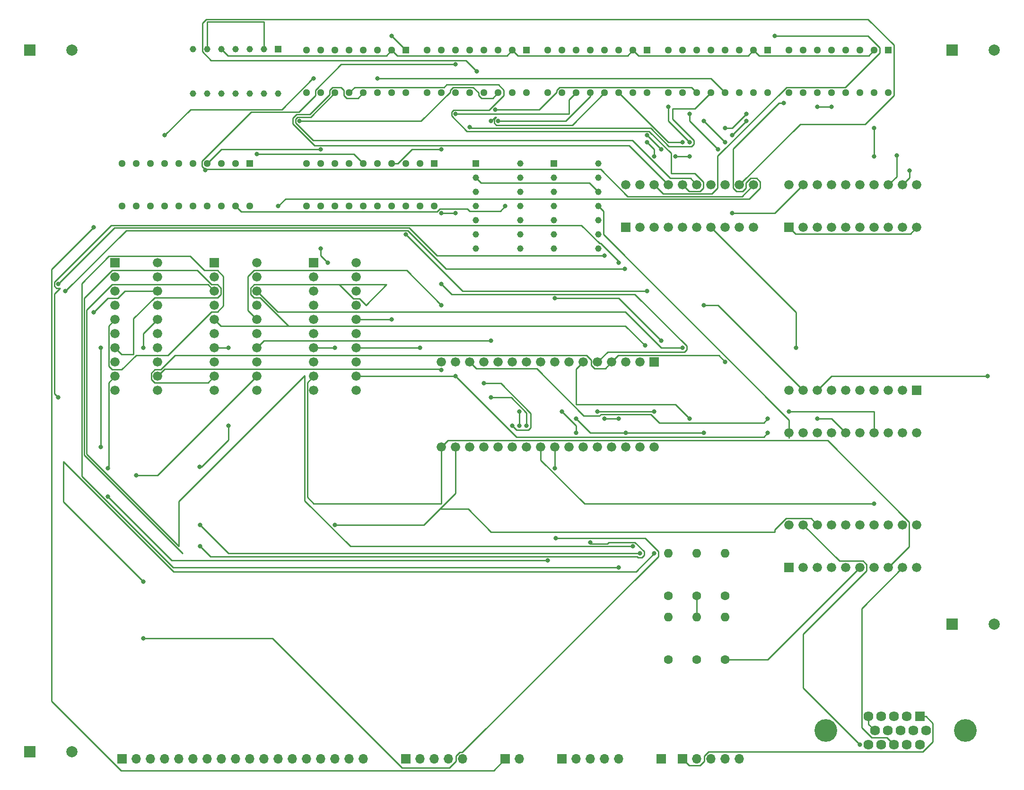
<source format=gbl>
%TF.GenerationSoftware,KiCad,Pcbnew,5.1.12-84ad8e8a86~92~ubuntu18.04.1*%
%TF.CreationDate,2021-11-25T10:44:01-05:00*%
%TF.ProjectId,vectron_vga_plus_design,76656374-726f-46e5-9f76-67615f706c75,rev?*%
%TF.SameCoordinates,Original*%
%TF.FileFunction,Copper,L4,Bot*%
%TF.FilePolarity,Positive*%
%FSLAX46Y46*%
G04 Gerber Fmt 4.6, Leading zero omitted, Abs format (unit mm)*
G04 Created by KiCad (PCBNEW 5.1.12-84ad8e8a86~92~ubuntu18.04.1) date 2021-11-25 10:44:01*
%MOMM*%
%LPD*%
G01*
G04 APERTURE LIST*
%TA.AperFunction,ComponentPad*%
%ADD10C,1.676400*%
%TD*%
%TA.AperFunction,ComponentPad*%
%ADD11R,1.676400X1.676400*%
%TD*%
%TA.AperFunction,ComponentPad*%
%ADD12C,1.295400*%
%TD*%
%TA.AperFunction,ComponentPad*%
%ADD13R,1.295400X1.295400*%
%TD*%
%TA.AperFunction,ComponentPad*%
%ADD14C,1.170000*%
%TD*%
%TA.AperFunction,ComponentPad*%
%ADD15R,1.170000X1.170000*%
%TD*%
%TA.AperFunction,ComponentPad*%
%ADD16O,1.600000X1.600000*%
%TD*%
%TA.AperFunction,ComponentPad*%
%ADD17C,1.600000*%
%TD*%
%TA.AperFunction,ComponentPad*%
%ADD18O,1.700000X1.700000*%
%TD*%
%TA.AperFunction,ComponentPad*%
%ADD19R,1.700000X1.700000*%
%TD*%
%TA.AperFunction,ComponentPad*%
%ADD20C,4.066000*%
%TD*%
%TA.AperFunction,ComponentPad*%
%ADD21C,1.785000*%
%TD*%
%TA.AperFunction,ComponentPad*%
%ADD22R,1.785000X1.785000*%
%TD*%
%TA.AperFunction,ComponentPad*%
%ADD23C,2.000000*%
%TD*%
%TA.AperFunction,ComponentPad*%
%ADD24R,2.000000X2.000000*%
%TD*%
%TA.AperFunction,ViaPad*%
%ADD25C,0.800000*%
%TD*%
%TA.AperFunction,Conductor*%
%ADD26C,0.250000*%
%TD*%
G04 APERTURE END LIST*
D10*
%TO.P,U17,20*%
%TO.N,+5V*%
X537210000Y-508000000D03*
%TO.P,U17,19*%
%TO.N,Net-(U12-Pad24)*%
X539750000Y-508000000D03*
%TO.P,U17,18*%
%TO.N,Net-(U11-Pad14)*%
X542290000Y-508000000D03*
%TO.P,U17,17*%
%TO.N,Net-(U11-Pad13)*%
X544830000Y-508000000D03*
%TO.P,U17,16*%
%TO.N,Net-(U11-Pad12)*%
X547370000Y-508000000D03*
%TO.P,U17,15*%
%TO.N,Net-(U11-Pad11)*%
X549910000Y-508000000D03*
%TO.P,U17,14*%
%TO.N,Net-(U14-Pad14)*%
X552450000Y-508000000D03*
%TO.P,U17,13*%
%TO.N,Net-(U14-Pad13)*%
X554990000Y-508000000D03*
%TO.P,U17,12*%
%TO.N,Net-(U14-Pad12)*%
X557530000Y-508000000D03*
%TO.P,U17,11*%
%TO.N,Net-(U14-Pad11)*%
X560070000Y-508000000D03*
%TO.P,U17,10*%
%TO.N,GND*%
X560070000Y-515620000D03*
%TO.P,U17,9*%
%TO.N,Net-(U12-Pad31)*%
X557530000Y-515620000D03*
%TO.P,U17,8*%
%TO.N,Net-(U12-Pad3)*%
X554990000Y-515620000D03*
%TO.P,U17,7*%
%TO.N,Net-(U12-Pad28)*%
X552450000Y-515620000D03*
%TO.P,U17,6*%
%TO.N,Net-(U12-Pad4)*%
X549910000Y-515620000D03*
%TO.P,U17,5*%
%TO.N,Net-(U12-Pad25)*%
X547370000Y-515620000D03*
%TO.P,U17,4*%
%TO.N,Net-(U12-Pad23)*%
X544830000Y-515620000D03*
%TO.P,U17,3*%
%TO.N,Net-(U12-Pad26)*%
X542290000Y-515620000D03*
%TO.P,U17,2*%
%TO.N,Net-(U12-Pad27)*%
X539750000Y-515620000D03*
D11*
%TO.P,U17,1*%
%TO.N,GND*%
X537210000Y-515620000D03*
%TD*%
D12*
%TO.P,U18,16*%
%TO.N,+5V*%
X554990000Y-491490000D03*
%TO.P,U18,15*%
%TO.N,Net-(U18-Pad15)*%
X552450000Y-491490000D03*
%TO.P,U18,14*%
%TO.N,Net-(U13-Pad11)*%
X549910000Y-491490000D03*
%TO.P,U18,13*%
%TO.N,Net-(U13-Pad13)*%
X547370000Y-491490000D03*
%TO.P,U18,12*%
%TO.N,Net-(U18-Pad12)*%
X544830000Y-491490000D03*
%TO.P,U18,11*%
%TO.N,Net-(U18-Pad11)*%
X542290000Y-491490000D03*
%TO.P,U18,10*%
%TO.N,Net-(U14-Pad15)*%
X539750000Y-491490000D03*
%TO.P,U18,9*%
%TO.N,+5V*%
X537210000Y-491490000D03*
%TO.P,U18,8*%
%TO.N,GND*%
X537210000Y-483870000D03*
%TO.P,U18,7*%
%TO.N,Net-(U14-Pad15)*%
X539750000Y-483870000D03*
%TO.P,U18,6*%
%TO.N,Net-(U18-Pad6)*%
X542290000Y-483870000D03*
%TO.P,U18,5*%
%TO.N,Net-(U18-Pad5)*%
X544830000Y-483870000D03*
%TO.P,U18,4*%
%TO.N,Net-(U18-Pad4)*%
X547370000Y-483870000D03*
%TO.P,U18,3*%
%TO.N,Net-(U18-Pad3)*%
X549910000Y-483870000D03*
%TO.P,U18,2*%
%TO.N,Net-(U11-Pad2)*%
X552450000Y-483870000D03*
D13*
%TO.P,U18,1*%
%TO.N,Net-(U10-Pad3)*%
X554990000Y-483870000D03*
%TD*%
D10*
%TO.P,U16,20*%
%TO.N,+5V*%
X560070000Y-552450000D03*
%TO.P,U16,19*%
%TO.N,Net-(U12-Pad24)*%
X557530000Y-552450000D03*
%TO.P,U16,18*%
%TO.N,Net-(U16-Pad18)*%
X554990000Y-552450000D03*
%TO.P,U16,17*%
%TO.N,Net-(U12-Pad15)*%
X552450000Y-552450000D03*
%TO.P,U16,16*%
%TO.N,Net-(U16-Pad16)*%
X549910000Y-552450000D03*
%TO.P,U16,15*%
%TO.N,Net-(U12-Pad14)*%
X547370000Y-552450000D03*
%TO.P,U16,14*%
%TO.N,Net-(U16-Pad14)*%
X544830000Y-552450000D03*
%TO.P,U16,13*%
%TO.N,Net-(U12-Pad13)*%
X542290000Y-552450000D03*
%TO.P,U16,12*%
%TO.N,Net-(U12-Pad30)*%
X539750000Y-552450000D03*
%TO.P,U16,11*%
%TO.N,Net-(U13-Pad11)*%
X537210000Y-552450000D03*
%TO.P,U16,10*%
%TO.N,GND*%
X537210000Y-544830000D03*
%TO.P,U16,9*%
%TO.N,Net-(U12-Pad2)*%
X539750000Y-544830000D03*
%TO.P,U16,8*%
%TO.N,Net-(U13-Pad13)*%
X542290000Y-544830000D03*
%TO.P,U16,7*%
%TO.N,Net-(U16-Pad7)*%
X544830000Y-544830000D03*
%TO.P,U16,6*%
%TO.N,Net-(U16-Pad6)*%
X547370000Y-544830000D03*
%TO.P,U16,5*%
%TO.N,Net-(U16-Pad5)*%
X549910000Y-544830000D03*
%TO.P,U16,4*%
%TO.N,Net-(U16-Pad4)*%
X552450000Y-544830000D03*
%TO.P,U16,3*%
%TO.N,Net-(U16-Pad3)*%
X554990000Y-544830000D03*
%TO.P,U16,2*%
%TO.N,Net-(U16-Pad2)*%
X557530000Y-544830000D03*
D11*
%TO.P,U16,1*%
%TO.N,Net-(U12-Pad24)*%
X560070000Y-544830000D03*
%TD*%
D10*
%TO.P,U15,20*%
%TO.N,+5V*%
X508000000Y-508000000D03*
%TO.P,U15,19*%
%TO.N,Net-(U12-Pad24)*%
X510540000Y-508000000D03*
%TO.P,U15,18*%
%TO.N,Net-(U1-Pad17)*%
X513080000Y-508000000D03*
%TO.P,U15,17*%
%TO.N,Net-(U1-Pad15)*%
X515620000Y-508000000D03*
%TO.P,U15,16*%
%TO.N,Net-(U1-Pad13)*%
X518160000Y-508000000D03*
%TO.P,U15,15*%
%TO.N,Net-(U1-Pad11)*%
X520700000Y-508000000D03*
%TO.P,U15,14*%
%TO.N,Net-(U1-Pad8)*%
X523240000Y-508000000D03*
%TO.P,U15,13*%
%TO.N,Net-(U1-Pad6)*%
X525780000Y-508000000D03*
%TO.P,U15,12*%
%TO.N,Net-(U1-Pad4)*%
X528320000Y-508000000D03*
%TO.P,U15,11*%
%TO.N,Net-(U1-Pad2)*%
X530860000Y-508000000D03*
%TO.P,U15,10*%
%TO.N,GND*%
X530860000Y-515620000D03*
%TO.P,U15,9*%
%TO.N,Net-(U12-Pad5)*%
X528320000Y-515620000D03*
%TO.P,U15,8*%
%TO.N,Net-(U12-Pad6)*%
X525780000Y-515620000D03*
%TO.P,U15,7*%
%TO.N,Net-(U12-Pad7)*%
X523240000Y-515620000D03*
%TO.P,U15,6*%
%TO.N,Net-(U12-Pad8)*%
X520700000Y-515620000D03*
%TO.P,U15,5*%
%TO.N,Net-(U12-Pad9)*%
X518160000Y-515620000D03*
%TO.P,U15,4*%
%TO.N,Net-(U12-Pad10)*%
X515620000Y-515620000D03*
%TO.P,U15,3*%
%TO.N,Net-(U12-Pad11)*%
X513080000Y-515620000D03*
%TO.P,U15,2*%
%TO.N,Net-(U12-Pad12)*%
X510540000Y-515620000D03*
D11*
%TO.P,U15,1*%
%TO.N,GND*%
X508000000Y-515620000D03*
%TD*%
D12*
%TO.P,U14,16*%
%TO.N,+5V*%
X533400000Y-491490000D03*
%TO.P,U14,15*%
%TO.N,Net-(U14-Pad15)*%
X530860000Y-491490000D03*
%TO.P,U14,14*%
%TO.N,Net-(U14-Pad14)*%
X528320000Y-491490000D03*
%TO.P,U14,13*%
%TO.N,Net-(U14-Pad13)*%
X525780000Y-491490000D03*
%TO.P,U14,12*%
%TO.N,Net-(U14-Pad12)*%
X523240000Y-491490000D03*
%TO.P,U14,11*%
%TO.N,Net-(U14-Pad11)*%
X520700000Y-491490000D03*
%TO.P,U14,10*%
%TO.N,Net-(U11-Pad15)*%
X518160000Y-491490000D03*
%TO.P,U14,9*%
%TO.N,+5V*%
X515620000Y-491490000D03*
%TO.P,U14,8*%
%TO.N,GND*%
X515620000Y-483870000D03*
%TO.P,U14,7*%
%TO.N,Net-(U11-Pad15)*%
X518160000Y-483870000D03*
%TO.P,U14,6*%
%TO.N,Net-(U14-Pad6)*%
X520700000Y-483870000D03*
%TO.P,U14,5*%
%TO.N,Net-(U14-Pad5)*%
X523240000Y-483870000D03*
%TO.P,U14,4*%
%TO.N,Net-(U14-Pad4)*%
X525780000Y-483870000D03*
%TO.P,U14,3*%
%TO.N,Net-(U14-Pad3)*%
X528320000Y-483870000D03*
%TO.P,U14,2*%
%TO.N,Net-(U11-Pad2)*%
X530860000Y-483870000D03*
D13*
%TO.P,U14,1*%
%TO.N,Net-(U10-Pad3)*%
X533400000Y-483870000D03*
%TD*%
D14*
%TO.P,U13,14*%
%TO.N,+5V*%
X503080000Y-504190000D03*
%TO.P,U13,13*%
%TO.N,Net-(U13-Pad13)*%
X503080000Y-506730000D03*
%TO.P,U13,12*%
%TO.N,Net-(U10-Pad2)*%
X503080000Y-509270000D03*
%TO.P,U13,11*%
%TO.N,Net-(U13-Pad11)*%
X503080000Y-511810000D03*
%TO.P,U13,10*%
%TO.N,Net-(U10-Pad9)*%
X503080000Y-514350000D03*
%TO.P,U13,9*%
%TO.N,Net-(U13-Pad9)*%
X503080000Y-516890000D03*
%TO.P,U13,8*%
%TO.N,Net-(U13-Pad8)*%
X503080000Y-519430000D03*
%TO.P,U13,7*%
%TO.N,GND*%
X495140000Y-519430000D03*
%TO.P,U13,6*%
%TO.N,Net-(U13-Pad6)*%
X495140000Y-516890000D03*
%TO.P,U13,5*%
%TO.N,Net-(U13-Pad5)*%
X495140000Y-514350000D03*
%TO.P,U13,4*%
%TO.N,Net-(U13-Pad4)*%
X495140000Y-511810000D03*
%TO.P,U13,3*%
%TO.N,Net-(U13-Pad3)*%
X495140000Y-509270000D03*
%TO.P,U13,2*%
%TO.N,Net-(U12-Pad24)*%
X495140000Y-506730000D03*
D15*
%TO.P,U13,1*%
%TO.N,Net-(J7-Pad1)*%
X495140000Y-504190000D03*
%TD*%
D10*
%TO.P,U12,32*%
%TO.N,+5V*%
X513080000Y-554990000D03*
%TO.P,U12,31*%
%TO.N,Net-(U12-Pad31)*%
X510540000Y-554990000D03*
%TO.P,U12,30*%
%TO.N,Net-(U12-Pad30)*%
X508000000Y-554990000D03*
%TO.P,U12,29*%
%TO.N,Net-(J7-Pad1)*%
X505460000Y-554990000D03*
%TO.P,U12,28*%
%TO.N,Net-(U12-Pad28)*%
X502920000Y-554990000D03*
%TO.P,U12,27*%
%TO.N,Net-(U12-Pad27)*%
X500380000Y-554990000D03*
%TO.P,U12,26*%
%TO.N,Net-(U12-Pad26)*%
X497840000Y-554990000D03*
%TO.P,U12,25*%
%TO.N,Net-(U12-Pad25)*%
X495300000Y-554990000D03*
%TO.P,U12,24*%
%TO.N,Net-(U12-Pad24)*%
X492760000Y-554990000D03*
%TO.P,U12,23*%
%TO.N,Net-(U12-Pad23)*%
X490220000Y-554990000D03*
%TO.P,U12,22*%
%TO.N,Net-(J7-Pad2)*%
X487680000Y-554990000D03*
%TO.P,U12,21*%
%TO.N,Net-(U12-Pad21)*%
X485140000Y-554990000D03*
%TO.P,U12,20*%
%TO.N,Net-(U12-Pad20)*%
X482600000Y-554990000D03*
%TO.P,U12,19*%
%TO.N,Net-(U12-Pad19)*%
X480060000Y-554990000D03*
%TO.P,U12,18*%
%TO.N,Net-(U12-Pad18)*%
X477520000Y-554990000D03*
%TO.P,U12,17*%
%TO.N,Net-(U12-Pad17)*%
X474980000Y-554990000D03*
%TO.P,U12,16*%
%TO.N,GND*%
X474980000Y-539750000D03*
%TO.P,U12,15*%
%TO.N,Net-(U12-Pad15)*%
X477520000Y-539750000D03*
%TO.P,U12,14*%
%TO.N,Net-(U12-Pad14)*%
X480060000Y-539750000D03*
%TO.P,U12,13*%
%TO.N,Net-(U12-Pad13)*%
X482600000Y-539750000D03*
%TO.P,U12,12*%
%TO.N,Net-(U12-Pad12)*%
X485140000Y-539750000D03*
%TO.P,U12,11*%
%TO.N,Net-(U12-Pad11)*%
X487680000Y-539750000D03*
%TO.P,U12,10*%
%TO.N,Net-(U12-Pad10)*%
X490220000Y-539750000D03*
%TO.P,U12,9*%
%TO.N,Net-(U12-Pad9)*%
X492760000Y-539750000D03*
%TO.P,U12,8*%
%TO.N,Net-(U12-Pad8)*%
X495300000Y-539750000D03*
%TO.P,U12,7*%
%TO.N,Net-(U12-Pad7)*%
X497840000Y-539750000D03*
%TO.P,U12,6*%
%TO.N,Net-(U12-Pad6)*%
X500380000Y-539750000D03*
%TO.P,U12,5*%
%TO.N,Net-(U12-Pad5)*%
X502920000Y-539750000D03*
%TO.P,U12,4*%
%TO.N,Net-(U12-Pad4)*%
X505460000Y-539750000D03*
%TO.P,U12,3*%
%TO.N,Net-(U12-Pad3)*%
X508000000Y-539750000D03*
%TO.P,U12,2*%
%TO.N,Net-(U12-Pad2)*%
X510540000Y-539750000D03*
D11*
%TO.P,U12,1*%
%TO.N,GND*%
X513080000Y-539750000D03*
%TD*%
D12*
%TO.P,U11,16*%
%TO.N,+5V*%
X511810000Y-491490000D03*
%TO.P,U11,15*%
%TO.N,Net-(U11-Pad15)*%
X509270000Y-491490000D03*
%TO.P,U11,14*%
%TO.N,Net-(U11-Pad14)*%
X506730000Y-491490000D03*
%TO.P,U11,13*%
%TO.N,Net-(U11-Pad13)*%
X504190000Y-491490000D03*
%TO.P,U11,12*%
%TO.N,Net-(U11-Pad12)*%
X501650000Y-491490000D03*
%TO.P,U11,11*%
%TO.N,Net-(U11-Pad11)*%
X499110000Y-491490000D03*
%TO.P,U11,10*%
%TO.N,Net-(U11-Pad10)*%
X496570000Y-491490000D03*
%TO.P,U11,9*%
%TO.N,+5V*%
X494030000Y-491490000D03*
%TO.P,U11,8*%
%TO.N,GND*%
X494030000Y-483870000D03*
%TO.P,U11,7*%
%TO.N,Net-(U11-Pad10)*%
X496570000Y-483870000D03*
%TO.P,U11,6*%
%TO.N,Net-(U11-Pad6)*%
X499110000Y-483870000D03*
%TO.P,U11,5*%
%TO.N,Net-(U11-Pad5)*%
X501650000Y-483870000D03*
%TO.P,U11,4*%
%TO.N,Net-(U11-Pad4)*%
X504190000Y-483870000D03*
%TO.P,U11,3*%
%TO.N,Net-(U11-Pad3)*%
X506730000Y-483870000D03*
%TO.P,U11,2*%
%TO.N,Net-(U11-Pad2)*%
X509270000Y-483870000D03*
D13*
%TO.P,U11,1*%
%TO.N,Net-(U10-Pad3)*%
X511810000Y-483870000D03*
%TD*%
D14*
%TO.P,U10,14*%
%TO.N,+5V*%
X489110000Y-504190000D03*
%TO.P,U10,13*%
%TO.N,Net-(U10-Pad13)*%
X489110000Y-506730000D03*
%TO.P,U10,12*%
%TO.N,Net-(U1-Pad19)*%
X489110000Y-509270000D03*
%TO.P,U10,11*%
%TO.N,Net-(U10-Pad10)*%
X489110000Y-511810000D03*
%TO.P,U10,10*%
X489110000Y-514350000D03*
%TO.P,U10,9*%
%TO.N,Net-(U10-Pad9)*%
X489110000Y-516890000D03*
%TO.P,U10,8*%
%TO.N,Net-(U10-Pad1)*%
X489110000Y-519430000D03*
%TO.P,U10,7*%
%TO.N,GND*%
X481170000Y-519430000D03*
%TO.P,U10,6*%
%TO.N,Net-(U10-Pad6)*%
X481170000Y-516890000D03*
%TO.P,U10,5*%
%TO.N,Net-(U10-Pad5)*%
X481170000Y-514350000D03*
%TO.P,U10,4*%
%TO.N,Net-(U10-Pad4)*%
X481170000Y-511810000D03*
%TO.P,U10,3*%
%TO.N,Net-(U10-Pad3)*%
X481170000Y-509270000D03*
%TO.P,U10,2*%
%TO.N,Net-(U10-Pad2)*%
X481170000Y-506730000D03*
D15*
%TO.P,U10,1*%
%TO.N,Net-(U10-Pad1)*%
X481170000Y-504190000D03*
%TD*%
D10*
%TO.P,U9,20*%
%TO.N,+5V*%
X459740000Y-521970000D03*
%TO.P,U9,19*%
%TO.N,Net-(J7-Pad1)*%
X459740000Y-524510000D03*
%TO.P,U9,18*%
%TO.N,Net-(U12-Pad2)*%
X459740000Y-527050000D03*
%TO.P,U9,17*%
%TO.N,Net-(J1-Pad18)*%
X459740000Y-529590000D03*
%TO.P,U9,16*%
%TO.N,Net-(U12-Pad13)*%
X459740000Y-532130000D03*
%TO.P,U9,15*%
%TO.N,Net-(U9-Pad15)*%
X459740000Y-534670000D03*
%TO.P,U9,14*%
%TO.N,Net-(U12-Pad14)*%
X459740000Y-537210000D03*
%TO.P,U9,13*%
%TO.N,Net-(J2-Pad5)*%
X459740000Y-539750000D03*
%TO.P,U9,12*%
%TO.N,Net-(U12-Pad15)*%
X459740000Y-542290000D03*
%TO.P,U9,11*%
%TO.N,Net-(J2-Pad4)*%
X459740000Y-544830000D03*
%TO.P,U9,10*%
%TO.N,GND*%
X452120000Y-544830000D03*
%TO.P,U9,9*%
%TO.N,Net-(U12-Pad17)*%
X452120000Y-542290000D03*
%TO.P,U9,8*%
%TO.N,Net-(J2-Pad3)*%
X452120000Y-539750000D03*
%TO.P,U9,7*%
%TO.N,Net-(U12-Pad18)*%
X452120000Y-537210000D03*
%TO.P,U9,6*%
%TO.N,Net-(J2-Pad2)*%
X452120000Y-534670000D03*
%TO.P,U9,5*%
%TO.N,Net-(U9-Pad5)*%
X452120000Y-532130000D03*
%TO.P,U9,4*%
%TO.N,Net-(J2-Pad1)*%
X452120000Y-529590000D03*
%TO.P,U9,3*%
%TO.N,Net-(U12-Pad30)*%
X452120000Y-527050000D03*
%TO.P,U9,2*%
%TO.N,Net-(J1-Pad17)*%
X452120000Y-524510000D03*
D11*
%TO.P,U9,1*%
%TO.N,Net-(J7-Pad1)*%
X452120000Y-521970000D03*
%TD*%
D12*
%TO.P,U8,16*%
%TO.N,+5V*%
X490220000Y-491490000D03*
%TO.P,U8,15*%
%TO.N,Net-(U11-Pad10)*%
X487680000Y-491490000D03*
%TO.P,U8,14*%
%TO.N,Net-(U1-Pad8)*%
X485140000Y-491490000D03*
%TO.P,U8,13*%
%TO.N,Net-(U1-Pad6)*%
X482600000Y-491490000D03*
%TO.P,U8,12*%
%TO.N,Net-(U1-Pad4)*%
X480060000Y-491490000D03*
%TO.P,U8,11*%
%TO.N,Net-(U1-Pad2)*%
X477520000Y-491490000D03*
%TO.P,U8,10*%
%TO.N,Net-(U7-Pad15)*%
X474980000Y-491490000D03*
%TO.P,U8,9*%
%TO.N,+5V*%
X472440000Y-491490000D03*
%TO.P,U8,8*%
%TO.N,GND*%
X472440000Y-483870000D03*
%TO.P,U8,7*%
%TO.N,Net-(U7-Pad15)*%
X474980000Y-483870000D03*
%TO.P,U8,6*%
%TO.N,Net-(U8-Pad6)*%
X477520000Y-483870000D03*
%TO.P,U8,5*%
%TO.N,Net-(U8-Pad5)*%
X480060000Y-483870000D03*
%TO.P,U8,4*%
%TO.N,Net-(U8-Pad4)*%
X482600000Y-483870000D03*
%TO.P,U8,3*%
%TO.N,Net-(U8-Pad3)*%
X485140000Y-483870000D03*
%TO.P,U8,2*%
%TO.N,Net-(U11-Pad2)*%
X487680000Y-483870000D03*
D13*
%TO.P,U8,1*%
%TO.N,Net-(U10-Pad3)*%
X490220000Y-483870000D03*
%TD*%
D12*
%TO.P,U7,16*%
%TO.N,+5V*%
X468630000Y-491490000D03*
%TO.P,U7,15*%
%TO.N,Net-(U7-Pad15)*%
X466090000Y-491490000D03*
%TO.P,U7,14*%
%TO.N,Net-(U1-Pad17)*%
X463550000Y-491490000D03*
%TO.P,U7,13*%
%TO.N,Net-(U1-Pad15)*%
X461010000Y-491490000D03*
%TO.P,U7,12*%
%TO.N,Net-(U1-Pad13)*%
X458470000Y-491490000D03*
%TO.P,U7,11*%
%TO.N,Net-(U1-Pad11)*%
X455930000Y-491490000D03*
%TO.P,U7,10*%
%TO.N,+5V*%
X453390000Y-491490000D03*
%TO.P,U7,9*%
X450850000Y-491490000D03*
%TO.P,U7,8*%
%TO.N,GND*%
X450850000Y-483870000D03*
%TO.P,U7,7*%
%TO.N,+5V*%
X453390000Y-483870000D03*
%TO.P,U7,6*%
%TO.N,Net-(U7-Pad6)*%
X455930000Y-483870000D03*
%TO.P,U7,5*%
%TO.N,Net-(U7-Pad5)*%
X458470000Y-483870000D03*
%TO.P,U7,4*%
%TO.N,Net-(U7-Pad4)*%
X461010000Y-483870000D03*
%TO.P,U7,3*%
%TO.N,Net-(U7-Pad3)*%
X463550000Y-483870000D03*
%TO.P,U7,2*%
%TO.N,Net-(U11-Pad2)*%
X466090000Y-483870000D03*
D13*
%TO.P,U7,1*%
%TO.N,Net-(U10-Pad3)*%
X468630000Y-483870000D03*
%TD*%
D12*
%TO.P,U6,20*%
%TO.N,+5V*%
X473710000Y-511810000D03*
%TO.P,U6,19*%
%TO.N,Net-(U10-Pad13)*%
X471170000Y-511810000D03*
%TO.P,U6,18*%
%TO.N,GND*%
X468630000Y-511810000D03*
%TO.P,U6,17*%
%TO.N,Net-(U11-Pad14)*%
X466090000Y-511810000D03*
%TO.P,U6,16*%
%TO.N,GND*%
X463550000Y-511810000D03*
%TO.P,U6,15*%
%TO.N,Net-(U11-Pad13)*%
X461010000Y-511810000D03*
%TO.P,U6,14*%
%TO.N,+5V*%
X458470000Y-511810000D03*
%TO.P,U6,13*%
%TO.N,Net-(U11-Pad12)*%
X455930000Y-511810000D03*
%TO.P,U6,12*%
%TO.N,GND*%
X453390000Y-511810000D03*
%TO.P,U6,11*%
%TO.N,Net-(U11-Pad11)*%
X450850000Y-511810000D03*
%TO.P,U6,10*%
%TO.N,GND*%
X450850000Y-504190000D03*
%TO.P,U6,9*%
%TO.N,+5V*%
X453390000Y-504190000D03*
%TO.P,U6,8*%
%TO.N,Net-(U14-Pad14)*%
X455930000Y-504190000D03*
%TO.P,U6,7*%
%TO.N,+5V*%
X458470000Y-504190000D03*
%TO.P,U6,6*%
%TO.N,Net-(U14-Pad13)*%
X461010000Y-504190000D03*
%TO.P,U6,5*%
%TO.N,GND*%
X463550000Y-504190000D03*
%TO.P,U6,4*%
%TO.N,Net-(U14-Pad12)*%
X466090000Y-504190000D03*
%TO.P,U6,3*%
%TO.N,GND*%
X468630000Y-504190000D03*
%TO.P,U6,2*%
%TO.N,Net-(U14-Pad11)*%
X471170000Y-504190000D03*
D13*
%TO.P,U6,1*%
%TO.N,Net-(U6-Pad1)*%
X473710000Y-504190000D03*
%TD*%
D10*
%TO.P,U5,20*%
%TO.N,+5V*%
X441960000Y-521970000D03*
%TO.P,U5,19*%
%TO.N,Net-(J7-Pad1)*%
X441960000Y-524510000D03*
%TO.P,U5,18*%
%TO.N,Net-(U12-Pad27)*%
X441960000Y-527050000D03*
%TO.P,U5,17*%
%TO.N,Net-(J1-Pad16)*%
X441960000Y-529590000D03*
%TO.P,U5,16*%
%TO.N,Net-(U12-Pad26)*%
X441960000Y-532130000D03*
%TO.P,U5,15*%
%TO.N,Net-(J1-Pad15)*%
X441960000Y-534670000D03*
%TO.P,U5,14*%
%TO.N,Net-(U12-Pad23)*%
X441960000Y-537210000D03*
%TO.P,U5,13*%
%TO.N,Net-(J1-Pad14)*%
X441960000Y-539750000D03*
%TO.P,U5,12*%
%TO.N,Net-(U12-Pad25)*%
X441960000Y-542290000D03*
%TO.P,U5,11*%
%TO.N,Net-(J1-Pad13)*%
X441960000Y-544830000D03*
%TO.P,U5,10*%
%TO.N,GND*%
X434340000Y-544830000D03*
%TO.P,U5,9*%
%TO.N,Net-(U12-Pad4)*%
X434340000Y-542290000D03*
%TO.P,U5,8*%
%TO.N,Net-(J1-Pad12)*%
X434340000Y-539750000D03*
%TO.P,U5,7*%
%TO.N,Net-(U12-Pad28)*%
X434340000Y-537210000D03*
%TO.P,U5,6*%
%TO.N,Net-(J1-Pad11)*%
X434340000Y-534670000D03*
%TO.P,U5,5*%
%TO.N,Net-(U12-Pad3)*%
X434340000Y-532130000D03*
%TO.P,U5,4*%
%TO.N,Net-(J1-Pad10)*%
X434340000Y-529590000D03*
%TO.P,U5,3*%
%TO.N,Net-(U12-Pad31)*%
X434340000Y-527050000D03*
%TO.P,U5,2*%
%TO.N,Net-(J1-Pad9)*%
X434340000Y-524510000D03*
D11*
%TO.P,U5,1*%
%TO.N,Net-(J7-Pad1)*%
X434340000Y-521970000D03*
%TD*%
D14*
%TO.P,U4,14*%
%TO.N,+5V*%
X445770000Y-491650000D03*
%TO.P,U4,13*%
%TO.N,Net-(U4-Pad13)*%
X443230000Y-491650000D03*
%TO.P,U4,12*%
%TO.N,Net-(U4-Pad12)*%
X440690000Y-491650000D03*
%TO.P,U4,11*%
%TO.N,Net-(U4-Pad11)*%
X438150000Y-491650000D03*
%TO.P,U4,10*%
%TO.N,Net-(U4-Pad10)*%
X435610000Y-491650000D03*
%TO.P,U4,9*%
%TO.N,Net-(U4-Pad9)*%
X433070000Y-491650000D03*
%TO.P,U4,8*%
%TO.N,Net-(U4-Pad8)*%
X430530000Y-491650000D03*
%TO.P,U4,7*%
%TO.N,GND*%
X430530000Y-483710000D03*
%TO.P,U4,6*%
%TO.N,Net-(U4-Pad2)*%
X433070000Y-483710000D03*
%TO.P,U4,5*%
%TO.N,Net-(U11-Pad2)*%
X435610000Y-483710000D03*
%TO.P,U4,4*%
%TO.N,+5V*%
X438150000Y-483710000D03*
%TO.P,U4,3*%
%TO.N,Net-(U4-Pad3)*%
X440690000Y-483710000D03*
%TO.P,U4,2*%
%TO.N,Net-(U4-Pad2)*%
X443230000Y-483710000D03*
D15*
%TO.P,U4,1*%
%TO.N,+5V*%
X445770000Y-483710000D03*
%TD*%
D10*
%TO.P,U3,20*%
%TO.N,+5V*%
X537210000Y-568960000D03*
%TO.P,U3,19*%
%TO.N,Net-(J4-Pad5)*%
X539750000Y-568960000D03*
%TO.P,U3,18*%
%TO.N,Net-(U12-Pad18)*%
X542290000Y-568960000D03*
%TO.P,U3,17*%
%TO.N,Net-(U3-Pad17)*%
X544830000Y-568960000D03*
%TO.P,U3,16*%
%TO.N,Net-(U3-Pad16)*%
X547370000Y-568960000D03*
%TO.P,U3,15*%
%TO.N,Net-(U3-Pad15)*%
X549910000Y-568960000D03*
%TO.P,U3,14*%
%TO.N,Net-(U3-Pad14)*%
X552450000Y-568960000D03*
%TO.P,U3,13*%
%TO.N,Net-(U3-Pad13)*%
X554990000Y-568960000D03*
%TO.P,U3,12*%
%TO.N,Net-(U3-Pad12)*%
X557530000Y-568960000D03*
%TO.P,U3,11*%
%TO.N,Net-(U11-Pad2)*%
X560070000Y-568960000D03*
%TO.P,U3,10*%
%TO.N,GND*%
X560070000Y-576580000D03*
%TO.P,U3,9*%
%TO.N,Net-(J4-Pad4)*%
X557530000Y-576580000D03*
%TO.P,U3,8*%
%TO.N,Net-(U12-Pad17)*%
X554990000Y-576580000D03*
%TO.P,U3,7*%
%TO.N,Net-(U16-Pad3)*%
X552450000Y-576580000D03*
%TO.P,U3,6*%
%TO.N,Net-(R6-Pad1)*%
X549910000Y-576580000D03*
%TO.P,U3,5*%
%TO.N,Net-(R4-Pad1)*%
X547370000Y-576580000D03*
%TO.P,U3,4*%
%TO.N,Net-(U16-Pad5)*%
X544830000Y-576580000D03*
%TO.P,U3,3*%
%TO.N,Net-(U16-Pad7)*%
X542290000Y-576580000D03*
%TO.P,U3,2*%
%TO.N,Net-(R2-Pad1)*%
X539750000Y-576580000D03*
D11*
%TO.P,U3,1*%
%TO.N,+5V*%
X537210000Y-576580000D03*
%TD*%
D10*
%TO.P,U2,20*%
%TO.N,+5V*%
X424180000Y-521970000D03*
%TO.P,U2,19*%
%TO.N,Net-(J7-Pad1)*%
X424180000Y-524510000D03*
%TO.P,U2,18*%
%TO.N,Net-(U12-Pad12)*%
X424180000Y-527050000D03*
%TO.P,U2,17*%
%TO.N,Net-(J1-Pad8)*%
X424180000Y-529590000D03*
%TO.P,U2,16*%
%TO.N,Net-(U12-Pad11)*%
X424180000Y-532130000D03*
%TO.P,U2,15*%
%TO.N,Net-(J1-Pad7)*%
X424180000Y-534670000D03*
%TO.P,U2,14*%
%TO.N,Net-(U12-Pad10)*%
X424180000Y-537210000D03*
%TO.P,U2,13*%
%TO.N,Net-(J1-Pad6)*%
X424180000Y-539750000D03*
%TO.P,U2,12*%
%TO.N,Net-(U12-Pad9)*%
X424180000Y-542290000D03*
%TO.P,U2,11*%
%TO.N,Net-(J1-Pad5)*%
X424180000Y-544830000D03*
%TO.P,U2,10*%
%TO.N,GND*%
X416560000Y-544830000D03*
%TO.P,U2,9*%
%TO.N,Net-(U12-Pad8)*%
X416560000Y-542290000D03*
%TO.P,U2,8*%
%TO.N,Net-(J1-Pad4)*%
X416560000Y-539750000D03*
%TO.P,U2,7*%
%TO.N,Net-(U12-Pad7)*%
X416560000Y-537210000D03*
%TO.P,U2,6*%
%TO.N,Net-(J1-Pad3)*%
X416560000Y-534670000D03*
%TO.P,U2,5*%
%TO.N,Net-(U12-Pad6)*%
X416560000Y-532130000D03*
%TO.P,U2,4*%
%TO.N,Net-(J1-Pad2)*%
X416560000Y-529590000D03*
%TO.P,U2,3*%
%TO.N,Net-(U12-Pad5)*%
X416560000Y-527050000D03*
%TO.P,U2,2*%
%TO.N,Net-(J1-Pad1)*%
X416560000Y-524510000D03*
D11*
%TO.P,U2,1*%
%TO.N,Net-(J7-Pad1)*%
X416560000Y-521970000D03*
%TD*%
D12*
%TO.P,U1,20*%
%TO.N,+5V*%
X440690000Y-511810000D03*
%TO.P,U1,19*%
%TO.N,Net-(U1-Pad19)*%
X438150000Y-511810000D03*
%TO.P,U1,18*%
%TO.N,+5V*%
X435610000Y-511810000D03*
%TO.P,U1,17*%
%TO.N,Net-(U1-Pad17)*%
X433070000Y-511810000D03*
%TO.P,U1,16*%
%TO.N,+5V*%
X430530000Y-511810000D03*
%TO.P,U1,15*%
%TO.N,Net-(U1-Pad15)*%
X427990000Y-511810000D03*
%TO.P,U1,14*%
%TO.N,+5V*%
X425450000Y-511810000D03*
%TO.P,U1,13*%
%TO.N,Net-(U1-Pad13)*%
X422910000Y-511810000D03*
%TO.P,U1,12*%
%TO.N,+5V*%
X420370000Y-511810000D03*
%TO.P,U1,11*%
%TO.N,Net-(U1-Pad11)*%
X417830000Y-511810000D03*
%TO.P,U1,10*%
%TO.N,GND*%
X417830000Y-504190000D03*
%TO.P,U1,9*%
X420370000Y-504190000D03*
%TO.P,U1,8*%
%TO.N,Net-(U1-Pad8)*%
X422910000Y-504190000D03*
%TO.P,U1,7*%
%TO.N,GND*%
X425450000Y-504190000D03*
%TO.P,U1,6*%
%TO.N,Net-(U1-Pad6)*%
X427990000Y-504190000D03*
%TO.P,U1,5*%
%TO.N,+5V*%
X430530000Y-504190000D03*
%TO.P,U1,4*%
%TO.N,Net-(U1-Pad4)*%
X433070000Y-504190000D03*
%TO.P,U1,3*%
%TO.N,GND*%
X435610000Y-504190000D03*
%TO.P,U1,2*%
%TO.N,Net-(U1-Pad2)*%
X438150000Y-504190000D03*
D13*
%TO.P,U1,1*%
%TO.N,Net-(U1-Pad1)*%
X440690000Y-504190000D03*
%TD*%
D16*
%TO.P,R6,2*%
%TO.N,/B*%
X525780000Y-585470000D03*
D17*
%TO.P,R6,1*%
%TO.N,Net-(R6-Pad1)*%
X525780000Y-593090000D03*
%TD*%
D16*
%TO.P,R5,2*%
%TO.N,GND*%
X525780000Y-574040000D03*
D17*
%TO.P,R5,1*%
%TO.N,/B*%
X525780000Y-581660000D03*
%TD*%
D16*
%TO.P,R4,2*%
%TO.N,/G*%
X520700000Y-585470000D03*
D17*
%TO.P,R4,1*%
%TO.N,Net-(R4-Pad1)*%
X520700000Y-593090000D03*
%TD*%
D16*
%TO.P,R3,2*%
%TO.N,GND*%
X520700000Y-574040000D03*
D17*
%TO.P,R3,1*%
%TO.N,/G*%
X520700000Y-581660000D03*
%TD*%
D16*
%TO.P,R2,2*%
%TO.N,Net-(J4-Pad1)*%
X515620000Y-585470000D03*
D17*
%TO.P,R2,1*%
%TO.N,Net-(R2-Pad1)*%
X515620000Y-593090000D03*
%TD*%
D16*
%TO.P,R1,2*%
%TO.N,GND*%
X515620000Y-574040000D03*
D17*
%TO.P,R1,1*%
%TO.N,Net-(J4-Pad1)*%
X515620000Y-581660000D03*
%TD*%
D18*
%TO.P,J7,2*%
%TO.N,Net-(J7-Pad2)*%
X488950000Y-610870000D03*
D19*
%TO.P,J7,1*%
%TO.N,Net-(J7-Pad1)*%
X486410000Y-610870000D03*
%TD*%
D20*
%TO.P,J6,S2*%
%TO.N,Net-(J6-PadS1)*%
X568755000Y-605790000D03*
%TO.P,J6,S1*%
X543765000Y-605790000D03*
D21*
%TO.P,J6,15*%
%TO.N,Net-(J6-Pad15)*%
X551430000Y-608330000D03*
%TO.P,J6,14*%
%TO.N,Net-(J4-Pad5)*%
X553720000Y-608330000D03*
%TO.P,J6,13*%
%TO.N,Net-(J4-Pad4)*%
X556010000Y-608330000D03*
%TO.P,J6,12*%
%TO.N,Net-(J6-Pad12)*%
X558300000Y-608330000D03*
%TO.P,J6,11*%
%TO.N,Net-(J6-Pad11)*%
X560590000Y-608330000D03*
%TO.P,J6,10*%
%TO.N,GND*%
X552575000Y-605790000D03*
%TO.P,J6,9*%
%TO.N,Net-(J6-Pad9)*%
X554865000Y-605790000D03*
%TO.P,J6,8*%
%TO.N,GND*%
X557155000Y-605790000D03*
%TO.P,J6,7*%
X559445000Y-605790000D03*
%TO.P,J6,6*%
X561735000Y-605790000D03*
%TO.P,J6,5*%
X551430000Y-603250000D03*
%TO.P,J6,4*%
%TO.N,Net-(J6-Pad4)*%
X553720000Y-603250000D03*
%TO.P,J6,3*%
%TO.N,/B*%
X556010000Y-603250000D03*
%TO.P,J6,2*%
%TO.N,/G*%
X558300000Y-603250000D03*
D22*
%TO.P,J6,1*%
%TO.N,Net-(J4-Pad1)*%
X560590000Y-603250000D03*
%TD*%
D18*
%TO.P,J5,5*%
%TO.N,GND*%
X506730000Y-610870000D03*
%TO.P,J5,4*%
X504190000Y-610870000D03*
%TO.P,J5,3*%
X501650000Y-610870000D03*
%TO.P,J5,2*%
%TO.N,+5V*%
X499110000Y-610870000D03*
D19*
%TO.P,J5,1*%
X496570000Y-610870000D03*
%TD*%
D18*
%TO.P,J4,5*%
%TO.N,Net-(J4-Pad5)*%
X528320000Y-610870000D03*
%TO.P,J4,4*%
%TO.N,Net-(J4-Pad4)*%
X525780000Y-610870000D03*
%TO.P,J4,3*%
%TO.N,/B*%
X523240000Y-610870000D03*
%TO.P,J4,2*%
%TO.N,/G*%
X520700000Y-610870000D03*
D19*
%TO.P,J4,1*%
%TO.N,Net-(J4-Pad1)*%
X518160000Y-610870000D03*
%TD*%
%TO.P,J3,1*%
%TO.N,GND*%
X514350000Y-610870000D03*
%TD*%
D18*
%TO.P,J2,5*%
%TO.N,Net-(J2-Pad5)*%
X478790000Y-610870000D03*
%TO.P,J2,4*%
%TO.N,Net-(J2-Pad4)*%
X476250000Y-610870000D03*
%TO.P,J2,3*%
%TO.N,Net-(J2-Pad3)*%
X473710000Y-610870000D03*
%TO.P,J2,2*%
%TO.N,Net-(J2-Pad2)*%
X471170000Y-610870000D03*
D19*
%TO.P,J2,1*%
%TO.N,Net-(J2-Pad1)*%
X468630000Y-610870000D03*
%TD*%
D18*
%TO.P,J1,18*%
%TO.N,Net-(J1-Pad18)*%
X461010000Y-610870000D03*
%TO.P,J1,17*%
%TO.N,Net-(J1-Pad17)*%
X458470000Y-610870000D03*
%TO.P,J1,16*%
%TO.N,Net-(J1-Pad16)*%
X455930000Y-610870000D03*
%TO.P,J1,15*%
%TO.N,Net-(J1-Pad15)*%
X453390000Y-610870000D03*
%TO.P,J1,14*%
%TO.N,Net-(J1-Pad14)*%
X450850000Y-610870000D03*
%TO.P,J1,13*%
%TO.N,Net-(J1-Pad13)*%
X448310000Y-610870000D03*
%TO.P,J1,12*%
%TO.N,Net-(J1-Pad12)*%
X445770000Y-610870000D03*
%TO.P,J1,11*%
%TO.N,Net-(J1-Pad11)*%
X443230000Y-610870000D03*
%TO.P,J1,10*%
%TO.N,Net-(J1-Pad10)*%
X440690000Y-610870000D03*
%TO.P,J1,9*%
%TO.N,Net-(J1-Pad9)*%
X438150000Y-610870000D03*
%TO.P,J1,8*%
%TO.N,Net-(J1-Pad8)*%
X435610000Y-610870000D03*
%TO.P,J1,7*%
%TO.N,Net-(J1-Pad7)*%
X433070000Y-610870000D03*
%TO.P,J1,6*%
%TO.N,Net-(J1-Pad6)*%
X430530000Y-610870000D03*
%TO.P,J1,5*%
%TO.N,Net-(J1-Pad5)*%
X427990000Y-610870000D03*
%TO.P,J1,4*%
%TO.N,Net-(J1-Pad4)*%
X425450000Y-610870000D03*
%TO.P,J1,3*%
%TO.N,Net-(J1-Pad3)*%
X422910000Y-610870000D03*
%TO.P,J1,2*%
%TO.N,Net-(J1-Pad2)*%
X420370000Y-610870000D03*
D19*
%TO.P,J1,1*%
%TO.N,Net-(J1-Pad1)*%
X417830000Y-610870000D03*
%TD*%
D23*
%TO.P,C4,2*%
%TO.N,GND*%
X573920000Y-586740000D03*
D24*
%TO.P,C4,1*%
%TO.N,+5V*%
X566420000Y-586740000D03*
%TD*%
D23*
%TO.P,C3,2*%
%TO.N,GND*%
X408820000Y-483870000D03*
D24*
%TO.P,C3,1*%
%TO.N,+5V*%
X401320000Y-483870000D03*
%TD*%
D23*
%TO.P,C2,2*%
%TO.N,GND*%
X573920000Y-483870000D03*
D24*
%TO.P,C2,1*%
%TO.N,+5V*%
X566420000Y-483870000D03*
%TD*%
D23*
%TO.P,C1,2*%
%TO.N,GND*%
X408820000Y-609600000D03*
D24*
%TO.P,C1,1*%
%TO.N,+5V*%
X401320000Y-609600000D03*
%TD*%
D25*
%TO.N,Net-(J4-Pad5)*%
X549910000Y-608330000D03*
%TO.N,Net-(J7-Pad1)*%
X412750000Y-515620000D03*
X453390000Y-519430000D03*
X454660000Y-521970000D03*
%TO.N,Net-(U1-Pad19)*%
X486410000Y-511810000D03*
%TO.N,Net-(U1-Pad17)*%
X534670000Y-481330000D03*
%TO.N,Net-(U1-Pad8)*%
X511810000Y-499110000D03*
X514350000Y-501650000D03*
X449580000Y-496570000D03*
%TO.N,Net-(U1-Pad6)*%
X511810000Y-500380000D03*
X513080000Y-502920000D03*
X516890000Y-502920000D03*
X519430000Y-502920000D03*
%TO.N,Net-(U1-Pad4)*%
X453390000Y-501650000D03*
X481330000Y-487680000D03*
%TO.N,Net-(U1-Pad2)*%
X477520000Y-486410000D03*
X432705304Y-505383213D03*
%TO.N,Net-(U12-Pad12)*%
X412750000Y-530860000D03*
X406400000Y-525780000D03*
X504190000Y-520700000D03*
%TO.N,Net-(U12-Pad11)*%
X421640000Y-537210000D03*
X406400000Y-546100000D03*
X506730000Y-521970000D03*
%TO.N,Net-(U12-Pad10)*%
X407670000Y-527050000D03*
X507774231Y-523014231D03*
%TO.N,Net-(U12-Pad9)*%
X474980000Y-541188203D03*
%TO.N,Net-(U12-Pad8)*%
X415290000Y-558800000D03*
X415290000Y-563880000D03*
X494030000Y-575310000D03*
X488950000Y-551180000D03*
X488950000Y-548640000D03*
%TO.N,Net-(U12-Pad7)*%
X414020000Y-537210000D03*
X414020000Y-554990000D03*
X421640000Y-579120000D03*
X513080000Y-574040000D03*
X538480000Y-537210000D03*
%TO.N,Net-(U12-Pad6)*%
X506730000Y-576580000D03*
X519430000Y-549910000D03*
%TO.N,Net-(U12-Pad5)*%
X474980000Y-525780000D03*
%TO.N,Net-(U12-Pad18)*%
X455930000Y-537210000D03*
X455930000Y-568960000D03*
%TO.N,Net-(U12-Pad27)*%
X518160000Y-537210000D03*
%TO.N,Net-(U12-Pad26)*%
X506730000Y-549910000D03*
X504190000Y-549910000D03*
X474980000Y-529590000D03*
X496570000Y-548640000D03*
X499110000Y-552450000D03*
%TO.N,Net-(U12-Pad23)*%
X483870000Y-535940000D03*
X483870000Y-546100000D03*
X490220000Y-551180000D03*
%TO.N,Net-(U12-Pad25)*%
X513080000Y-548640000D03*
X502920000Y-548640000D03*
X420370000Y-560070000D03*
X421640000Y-589280000D03*
X495480001Y-571319999D03*
X495300000Y-558800000D03*
%TO.N,Net-(U12-Pad4)*%
X525780000Y-539750000D03*
%TO.N,Net-(U12-Pad28)*%
X436880000Y-537210000D03*
X436880000Y-551180000D03*
X431649847Y-558558437D03*
X431800000Y-572770000D03*
X501650000Y-572045000D03*
%TO.N,Net-(U12-Pad3)*%
X511400769Y-536800769D03*
%TO.N,Net-(U12-Pad31)*%
X509270000Y-572770000D03*
X431800000Y-568960000D03*
X510540000Y-574040000D03*
%TO.N,Net-(U10-Pad13)*%
X474980000Y-513080000D03*
X477520000Y-513080000D03*
%TO.N,Net-(U11-Pad14)*%
X518160000Y-500380000D03*
X468630000Y-516890000D03*
X511810000Y-527050000D03*
%TO.N,Net-(U11-Pad13)*%
X519430000Y-500380000D03*
X515620000Y-494030000D03*
X483870000Y-496570000D03*
%TO.N,Net-(U11-Pad12)*%
X524510000Y-501650000D03*
X519430000Y-495300000D03*
X485140000Y-496570000D03*
%TO.N,Net-(U11-Pad11)*%
X525780000Y-500380000D03*
X521970000Y-496570000D03*
X477520000Y-495300000D03*
%TO.N,Net-(U14-Pad14)*%
X552450000Y-497840000D03*
X552450000Y-502920000D03*
X445770000Y-511810000D03*
X536243963Y-493305000D03*
%TO.N,Net-(U14-Pad13)*%
X556455858Y-502724142D03*
X441960000Y-502492299D03*
X425450000Y-499110000D03*
X452120000Y-488950000D03*
X463550000Y-488950000D03*
%TO.N,Net-(U14-Pad12)*%
X558800000Y-505460000D03*
X480060000Y-497659999D03*
X474980000Y-501650000D03*
%TO.N,Net-(U14-Pad11)*%
X484589799Y-494505105D03*
%TO.N,Net-(U10-Pad3)*%
X466090000Y-481330000D03*
%TO.N,Net-(U12-Pad2)*%
X495300000Y-528320000D03*
X514350000Y-535940000D03*
X521970000Y-529590000D03*
%TO.N,Net-(U12-Pad13)*%
X466090000Y-532130000D03*
X482600000Y-543560000D03*
X487680000Y-551180000D03*
%TO.N,Net-(U12-Pad14)*%
X471170000Y-537210000D03*
X533400000Y-549910000D03*
X542290000Y-549910000D03*
%TO.N,Net-(U12-Pad15)*%
X477520000Y-542290000D03*
X533400000Y-552450000D03*
X537210000Y-548640000D03*
%TO.N,Net-(U12-Pad30)*%
X499110000Y-549910000D03*
X508000000Y-552450000D03*
X521970000Y-552450000D03*
%TO.N,Net-(U12-Pad24)*%
X527050000Y-513080000D03*
X552450000Y-565150000D03*
%TO.N,Net-(U13-Pad13)*%
X572770000Y-542290000D03*
X525780000Y-497840000D03*
X529590000Y-495300000D03*
X542290000Y-494030000D03*
X544830000Y-494030000D03*
%TO.N,Net-(U13-Pad11)*%
X529590000Y-496570000D03*
X527050000Y-499110000D03*
%TD*%
D26*
%TO.N,GND*%
X551430000Y-604645000D02*
X552575000Y-605790000D01*
X551430000Y-603250000D02*
X551430000Y-604645000D01*
X558906799Y-516783201D02*
X560070000Y-515620000D01*
X538373201Y-516783201D02*
X558906799Y-516783201D01*
X537210000Y-515620000D02*
X538373201Y-516783201D01*
%TO.N,Net-(J4-Pad5)*%
X539750000Y-568960000D02*
X546206799Y-575416799D01*
X539750000Y-598170000D02*
X549910000Y-608330000D01*
X546206799Y-575416799D02*
X550468337Y-575416799D01*
X550468337Y-575416799D02*
X551073201Y-576021663D01*
X551073201Y-576021663D02*
X551073201Y-577138337D01*
X551073201Y-577138337D02*
X539750000Y-588461538D01*
X539750000Y-588461538D02*
X539750000Y-598170000D01*
%TO.N,Net-(J4-Pad4)*%
X554687501Y-607007501D02*
X556010000Y-608330000D01*
X551990599Y-607007501D02*
X554687501Y-607007501D01*
X550212499Y-605229401D02*
X551990599Y-607007501D01*
X550212499Y-583897501D02*
X550212499Y-605229401D01*
X557530000Y-576580000D02*
X550212499Y-583897501D01*
%TO.N,/G*%
X520700000Y-581660000D02*
X520700000Y-585470000D01*
%TO.N,Net-(J4-Pad1)*%
X561732500Y-603250000D02*
X560590000Y-603250000D01*
X562952501Y-604470001D02*
X561732500Y-603250000D01*
X561174401Y-609547501D02*
X562952501Y-607769401D01*
X522823497Y-609547501D02*
X561174401Y-609547501D01*
X522064999Y-610305999D02*
X522823497Y-609547501D01*
X521264001Y-612045001D02*
X522064999Y-611244003D01*
X562952501Y-607769401D02*
X562952501Y-604470001D01*
X519335001Y-612045001D02*
X521264001Y-612045001D01*
X522064999Y-611244003D02*
X522064999Y-610305999D01*
X518160000Y-610870000D02*
X519335001Y-612045001D01*
%TO.N,Net-(J7-Pad1)*%
X405224990Y-600549992D02*
X405224990Y-523145010D01*
X417620018Y-612945020D02*
X405224990Y-600549992D01*
X486410000Y-610870000D02*
X484334980Y-612945020D01*
X484334980Y-612945020D02*
X417620018Y-612945020D01*
X405224990Y-523145010D02*
X412750000Y-515620000D01*
X453390000Y-519430000D02*
X453390000Y-520700000D01*
X453390000Y-520700000D02*
X454660000Y-521970000D01*
%TO.N,Net-(R6-Pad1)*%
X533400000Y-593090000D02*
X525780000Y-593090000D01*
X549910000Y-576580000D02*
X533400000Y-593090000D01*
%TO.N,Net-(U1-Pad19)*%
X479570097Y-512276897D02*
X480013201Y-512720001D01*
X480013201Y-512720001D02*
X485499999Y-512720001D01*
X474682701Y-512276897D02*
X479570097Y-512276897D01*
X474176897Y-512782701D02*
X474682701Y-512276897D01*
X438150000Y-511810000D02*
X439122701Y-512782701D01*
X439122701Y-512782701D02*
X474176897Y-512782701D01*
X485499999Y-512720001D02*
X486410000Y-511810000D01*
%TO.N,Net-(U1-Pad17)*%
X523348328Y-509613210D02*
X514693210Y-509613210D01*
X524403201Y-508558337D02*
X523348328Y-509613210D01*
X524403201Y-502857201D02*
X524403201Y-508558337D01*
X536743103Y-490517299D02*
X524403201Y-502857201D01*
X514693210Y-509613210D02*
X513080000Y-508000000D01*
X547242299Y-490517299D02*
X536743103Y-490517299D01*
X553422701Y-484336897D02*
X547242299Y-490517299D01*
X553422701Y-483403103D02*
X553422701Y-484336897D01*
X551349598Y-481330000D02*
X553422701Y-483403103D01*
X534670000Y-481330000D02*
X551349598Y-481330000D01*
%TO.N,Net-(U1-Pad15)*%
X508544999Y-500924999D02*
X515620000Y-508000000D01*
X452225587Y-500924999D02*
X508544999Y-500924999D01*
X451388601Y-495394989D02*
X449045598Y-495394990D01*
X454957299Y-491826291D02*
X451388601Y-495394989D01*
X455463103Y-490517299D02*
X454957299Y-491023103D01*
X456991495Y-490517299D02*
X455463103Y-490517299D01*
X457497299Y-491023103D02*
X456991495Y-490517299D01*
X457497299Y-491956897D02*
X457497299Y-491023103D01*
X449045598Y-495394990D02*
X448404989Y-496035599D01*
X458003103Y-492462701D02*
X457497299Y-491956897D01*
X448404989Y-496035599D02*
X448404990Y-497104402D01*
X454957299Y-491023103D02*
X454957299Y-491826291D01*
X460037299Y-492462701D02*
X458003103Y-492462701D01*
X448404990Y-497104402D02*
X452225587Y-500924999D01*
X461010000Y-491490000D02*
X460037299Y-492462701D01*
%TO.N,Net-(U1-Pad13)*%
X519323201Y-509163201D02*
X518160000Y-508000000D01*
X521863201Y-508558337D02*
X521258337Y-509163201D01*
X521863201Y-507441663D02*
X521863201Y-508558337D01*
X521258337Y-509163201D02*
X519323201Y-509163201D01*
X516110197Y-505950197D02*
X520371735Y-505950197D01*
X516110197Y-502337195D02*
X516110197Y-505950197D01*
X512158001Y-498384999D02*
X516110197Y-502337195D01*
X479531997Y-498384999D02*
X512158001Y-498384999D01*
X520371735Y-505950197D02*
X521863201Y-507441663D01*
X476794999Y-495648001D02*
X479531997Y-498384999D01*
X476794999Y-494951999D02*
X476794999Y-495648001D01*
X486112701Y-491956897D02*
X483494599Y-494574999D01*
X486112701Y-491023103D02*
X486112701Y-491956897D01*
X477171999Y-494574999D02*
X476794999Y-494951999D01*
X485156887Y-490067289D02*
X486112701Y-491023103D01*
X475896907Y-490067289D02*
X485156887Y-490067289D01*
X475446897Y-490517299D02*
X475896907Y-490067289D01*
X459442701Y-490517299D02*
X475446897Y-490517299D01*
X483494599Y-494574999D02*
X477171999Y-494574999D01*
X458470000Y-491490000D02*
X459442701Y-490517299D01*
%TO.N,Net-(U1-Pad11)*%
X519536799Y-506836799D02*
X520700000Y-508000000D01*
X515923797Y-506836799D02*
X519536799Y-506836799D01*
X509118997Y-500031999D02*
X515923797Y-506836799D01*
X451968997Y-500031999D02*
X509118997Y-500031999D01*
X448854999Y-496918001D02*
X451968997Y-500031999D01*
X448854999Y-496221999D02*
X448854999Y-496918001D01*
X449231999Y-495844999D02*
X448854999Y-496221999D01*
X451575001Y-495844999D02*
X449231999Y-495844999D01*
X455930000Y-491490000D02*
X451575001Y-495844999D01*
%TO.N,Net-(U1-Pad8)*%
X511810000Y-499110000D02*
X514350000Y-501650000D01*
X482133103Y-492462701D02*
X484167299Y-492462701D01*
X481627299Y-491956897D02*
X482133103Y-492462701D01*
X481627299Y-491490000D02*
X481627299Y-491956897D01*
X480654598Y-490517299D02*
X481627299Y-491490000D01*
X477053103Y-490517299D02*
X480654598Y-490517299D01*
X484167299Y-492462701D02*
X485140000Y-491490000D01*
X476547299Y-491023103D02*
X477053103Y-490517299D01*
X476547299Y-491362299D02*
X476547299Y-491023103D01*
X471339598Y-496570000D02*
X476547299Y-491362299D01*
X449580000Y-496570000D02*
X471339598Y-496570000D01*
%TO.N,Net-(U1-Pad6)*%
X511810000Y-500380000D02*
X513080000Y-501650000D01*
X513080000Y-501650000D02*
X513080000Y-502920000D01*
X516890000Y-502920000D02*
X519430000Y-502920000D01*
%TO.N,Net-(U1-Pad4)*%
X435610000Y-501650000D02*
X433070000Y-504190000D01*
X453390000Y-501650000D02*
X435610000Y-501650000D01*
X433698197Y-485684999D02*
X479334999Y-485684999D01*
X432159999Y-479063591D02*
X432159999Y-484146801D01*
X555962701Y-491956897D02*
X555962701Y-482962299D01*
X432159999Y-484146801D02*
X433698197Y-485684999D01*
X432883600Y-478339990D02*
X432159999Y-479063591D01*
X528320000Y-508000000D02*
X539205001Y-497114999D01*
X539205001Y-497114999D02*
X550804599Y-497114999D01*
X550804599Y-497114999D02*
X555962701Y-491956897D01*
X555962701Y-482962299D02*
X551340392Y-478339990D01*
X551340392Y-478339990D02*
X432883600Y-478339990D01*
X479334999Y-485684999D02*
X481330000Y-487680000D01*
%TO.N,Net-(U1-Pad2)*%
X452417299Y-491023103D02*
X457030402Y-486410000D01*
X452417299Y-491956897D02*
X452417299Y-491023103D01*
X440875421Y-494944981D02*
X449429215Y-494944981D01*
X432097299Y-503723103D02*
X440875421Y-494944981D01*
X528796780Y-510063220D02*
X508341682Y-510063220D01*
X508341682Y-510063220D02*
X503441163Y-505162701D01*
X457030402Y-486410000D02*
X477520000Y-486410000D01*
X503441163Y-505162701D02*
X432603103Y-505162701D01*
X530860000Y-508000000D02*
X528796780Y-510063220D01*
X432603103Y-505162701D02*
X432097299Y-504656897D01*
X449429215Y-494944981D02*
X452417299Y-491956897D01*
X432097299Y-504656897D02*
X432097299Y-503723103D01*
%TO.N,Net-(U12-Pad12)*%
X417011538Y-528320000D02*
X415290000Y-528320000D01*
X424180000Y-527050000D02*
X418281538Y-527050000D01*
X418281538Y-527050000D02*
X417011538Y-528320000D01*
X415290000Y-528320000D02*
X412750000Y-530860000D01*
X474149412Y-520700000D02*
X504190000Y-520700000D01*
X469164402Y-515714990D02*
X474149412Y-520700000D01*
X406400000Y-525780000D02*
X416465010Y-515714990D01*
X416465010Y-515714990D02*
X469164402Y-515714990D01*
%TO.N,Net-(U12-Pad11)*%
X424180000Y-532130000D02*
X421640000Y-534670000D01*
X421640000Y-534670000D02*
X421640000Y-537210000D01*
X500024980Y-515264980D02*
X503279999Y-518519999D01*
X415842018Y-515264980D02*
X500024980Y-515264980D01*
X405674999Y-525431999D02*
X415842018Y-515264980D01*
X503516801Y-518519999D02*
X506730000Y-521733198D01*
X405674999Y-545374999D02*
X405674999Y-527578003D01*
X406400000Y-546100000D02*
X405674999Y-545374999D01*
X405674999Y-526128001D02*
X405674999Y-525431999D01*
X405674999Y-527578003D02*
X406748001Y-526505001D01*
X503279999Y-518519999D02*
X503516801Y-518519999D01*
X406748001Y-526505001D02*
X406051999Y-526505001D01*
X406051999Y-526505001D02*
X405674999Y-526128001D01*
X506730000Y-521733198D02*
X506730000Y-521970000D01*
%TO.N,Net-(U12-Pad10)*%
X407670000Y-527050000D02*
X418555001Y-516164999D01*
X468978001Y-516164999D02*
X475827233Y-523014231D01*
X418555001Y-516164999D02*
X468978001Y-516164999D01*
X475827233Y-523014231D02*
X507774231Y-523014231D01*
%TO.N,Net-(U12-Pad9)*%
X424180000Y-542290000D02*
X425450000Y-541020000D01*
X425450000Y-541020000D02*
X474811797Y-541020000D01*
X474811797Y-541020000D02*
X474980000Y-541188203D01*
%TO.N,Net-(U12-Pad8)*%
X415396799Y-543453201D02*
X415396799Y-558693201D01*
X416560000Y-542290000D02*
X415396799Y-543453201D01*
X415396799Y-558693201D02*
X415290000Y-558800000D01*
X415290000Y-563880000D02*
X426720000Y-575310000D01*
X426720000Y-575310000D02*
X494030000Y-575310000D01*
X488950000Y-551180000D02*
X488950000Y-548640000D01*
%TO.N,Net-(U12-Pad7)*%
X411029990Y-556446400D02*
X428623590Y-574040000D01*
X411029990Y-528318472D02*
X411029990Y-556446400D01*
X416001663Y-523346799D02*
X411029990Y-528318472D01*
X433813209Y-525886799D02*
X431273209Y-523346799D01*
X435503201Y-527608337D02*
X435503201Y-526491663D01*
X417723201Y-538373201D02*
X419871935Y-538373201D01*
X435503201Y-526491663D02*
X434898337Y-525886799D01*
X416560000Y-537210000D02*
X417723201Y-538373201D01*
X434898337Y-525886799D02*
X433813209Y-525886799D01*
X419871935Y-531962929D02*
X423621663Y-528213201D01*
X419871935Y-538373201D02*
X419871935Y-531962929D01*
X423621663Y-528213201D02*
X434898337Y-528213201D01*
X434898337Y-528213201D02*
X435503201Y-527608337D01*
X431273209Y-523346799D02*
X416001663Y-523346799D01*
X414020000Y-537210000D02*
X414020000Y-554990000D01*
X427005589Y-577305001D02*
X509814999Y-577305001D01*
X407321999Y-557621411D02*
X427005589Y-577305001D01*
X421640000Y-579120000D02*
X407321999Y-564801999D01*
X407321999Y-564801999D02*
X407321999Y-557621411D01*
X509814999Y-577305001D02*
X513080000Y-574040000D01*
X538480000Y-530860000D02*
X523240000Y-515620000D01*
X538480000Y-537210000D02*
X538480000Y-530860000D01*
%TO.N,Net-(U12-Pad6)*%
X410579981Y-560242983D02*
X426916998Y-576580000D01*
X420321945Y-538559601D02*
X425975263Y-538559601D01*
X425975263Y-538559601D02*
X433781663Y-530753201D01*
X417754747Y-541126799D02*
X420321945Y-538559601D01*
X416001663Y-541126799D02*
X417754747Y-541126799D01*
X416560000Y-532130000D02*
X415396799Y-533293201D01*
X433781663Y-530753201D02*
X434898337Y-530753201D01*
X432571935Y-523346799D02*
X430031935Y-520806799D01*
X434898337Y-530753201D02*
X435953210Y-529698328D01*
X415396799Y-540521935D02*
X416001663Y-541126799D01*
X415396799Y-533293201D02*
X415396799Y-540521935D01*
X435953210Y-524401672D02*
X434898337Y-523346799D01*
X430031935Y-520806799D02*
X415461799Y-520806799D01*
X435953210Y-529698328D02*
X435953210Y-524401672D01*
X434898337Y-523346799D02*
X432571935Y-523346799D01*
X410579981Y-525688617D02*
X410579981Y-560242983D01*
X415461799Y-520806799D02*
X410579981Y-525688617D01*
X426916998Y-576580000D02*
X506730000Y-576580000D01*
X519430000Y-549910000D02*
X516890000Y-547370000D01*
X516890000Y-547370000D02*
X499110000Y-547370000D01*
X499110000Y-541020000D02*
X500380000Y-539750000D01*
X499110000Y-547370000D02*
X499110000Y-541020000D01*
%TO.N,Net-(U12-Pad5)*%
X518508001Y-537935001D02*
X504734999Y-537935001D01*
X504734999Y-537935001D02*
X502920000Y-539750000D01*
X518885001Y-537558001D02*
X518508001Y-537935001D01*
X518885001Y-536861999D02*
X518885001Y-537558001D01*
X509618001Y-527594999D02*
X518885001Y-536861999D01*
X476794999Y-527594999D02*
X509618001Y-527594999D01*
X474980000Y-525780000D02*
X476794999Y-527594999D01*
%TO.N,Net-(U12-Pad18)*%
X452120000Y-537210000D02*
X455930000Y-537210000D01*
X477520000Y-563246410D02*
X477520000Y-554990000D01*
X455930000Y-568960000D02*
X471806410Y-568960000D01*
X474663205Y-566103205D02*
X479743205Y-566103205D01*
X474663205Y-566103205D02*
X477520000Y-563246410D01*
X471806410Y-568960000D02*
X474663205Y-566103205D01*
X479743205Y-566103205D02*
X483870000Y-570230000D01*
X483870000Y-570230000D02*
X534670000Y-570230000D01*
X541126799Y-567796799D02*
X542290000Y-568960000D01*
X534670000Y-569778462D02*
X536651663Y-567796799D01*
X536651663Y-567796799D02*
X541126799Y-567796799D01*
X534670000Y-570230000D02*
X534670000Y-569778462D01*
%TO.N,Net-(U11-Pad2)*%
X465117299Y-484842701D02*
X466090000Y-483870000D01*
X435610000Y-483710000D02*
X436742701Y-484842701D01*
X436742701Y-484842701D02*
X465117299Y-484842701D01*
X486707299Y-484842701D02*
X487680000Y-483870000D01*
X467062701Y-484842701D02*
X486707299Y-484842701D01*
X466090000Y-483870000D02*
X467062701Y-484842701D01*
X508297299Y-484842701D02*
X509270000Y-483870000D01*
X488652701Y-484842701D02*
X508297299Y-484842701D01*
X487680000Y-483870000D02*
X488652701Y-484842701D01*
X529887299Y-484842701D02*
X530860000Y-483870000D01*
X510242701Y-484842701D02*
X529887299Y-484842701D01*
X509270000Y-483870000D02*
X510242701Y-484842701D01*
X551477299Y-484842701D02*
X552450000Y-483870000D01*
X531832701Y-484842701D02*
X551477299Y-484842701D01*
X530860000Y-483870000D02*
X531832701Y-484842701D01*
%TO.N,Net-(U12-Pad17)*%
X558693201Y-568401663D02*
X544118337Y-553826799D01*
X558693201Y-572876799D02*
X558693201Y-568401663D01*
X476143201Y-553826799D02*
X474980000Y-554990000D01*
X544118337Y-553826799D02*
X476143201Y-553826799D01*
X554990000Y-576580000D02*
X558693201Y-572876799D01*
X450956799Y-543453201D02*
X450956799Y-563986799D01*
X452120000Y-542290000D02*
X450956799Y-543453201D01*
X450956799Y-563986799D02*
X452120000Y-565150000D01*
X452120000Y-565150000D02*
X474980000Y-565150000D01*
X474980000Y-565150000D02*
X474980000Y-554990000D01*
%TO.N,Net-(U4-Pad2)*%
X433070000Y-483710000D02*
X433070000Y-478790000D01*
X433070000Y-478790000D02*
X443230000Y-478790000D01*
X443230000Y-478790000D02*
X443230000Y-483710000D01*
%TO.N,Net-(U12-Pad27)*%
X507893201Y-530753201D02*
X514350000Y-537210000D01*
X441960000Y-527050000D02*
X445663201Y-530753201D01*
X445663201Y-530753201D02*
X507893201Y-530753201D01*
X514350000Y-537210000D02*
X518160000Y-537210000D01*
%TO.N,Net-(U12-Pad26)*%
X506730000Y-549910000D02*
X504190000Y-549910000D01*
X441401663Y-523346799D02*
X468736799Y-523346799D01*
X440346789Y-524401673D02*
X441401663Y-523346799D01*
X441960000Y-532130000D02*
X440346789Y-530516789D01*
X440346789Y-530516789D02*
X440346789Y-524401673D01*
X468736799Y-523346799D02*
X474980000Y-529590000D01*
X496570000Y-548640000D02*
X499110000Y-551180000D01*
X499110000Y-551180000D02*
X499110000Y-552450000D01*
%TO.N,Net-(U12-Pad23)*%
X441960000Y-537210000D02*
X443230000Y-535940000D01*
X443230000Y-535940000D02*
X483870000Y-535940000D01*
X487483002Y-546100000D02*
X490220000Y-548836998D01*
X483870000Y-546100000D02*
X487483002Y-546100000D01*
X490220000Y-548836998D02*
X490220000Y-551180000D01*
%TO.N,Net-(U12-Pad25)*%
X513080000Y-548640000D02*
X502920000Y-548640000D01*
X441960000Y-542290000D02*
X424180000Y-560070000D01*
X424180000Y-560070000D02*
X420370000Y-560070000D01*
X511433001Y-571319999D02*
X495480001Y-571319999D01*
X513805001Y-573691999D02*
X511433001Y-571319999D01*
X513805001Y-574584999D02*
X513805001Y-573691999D01*
X478695001Y-609694999D02*
X513805001Y-574584999D01*
X478225999Y-609694999D02*
X478695001Y-609694999D01*
X444689978Y-589280000D02*
X467904988Y-612495010D01*
X467904988Y-612495010D02*
X476363992Y-612495010D01*
X476363992Y-612495010D02*
X477614999Y-611244003D01*
X421640000Y-589280000D02*
X444689978Y-589280000D01*
X477614999Y-610305999D02*
X478225999Y-609694999D01*
X477614999Y-611244003D02*
X477614999Y-610305999D01*
X495300000Y-558800000D02*
X495300000Y-554990000D01*
%TO.N,Net-(U12-Pad4)*%
X506623201Y-538586799D02*
X505460000Y-539750000D01*
X524616799Y-538586799D02*
X506623201Y-538586799D01*
X525780000Y-539750000D02*
X524616799Y-538586799D01*
X504296799Y-540913201D02*
X505460000Y-539750000D01*
X500938337Y-538586799D02*
X501756799Y-539405261D01*
X427246791Y-538586799D02*
X500938337Y-538586799D01*
X501756799Y-539405261D02*
X501756799Y-540308337D01*
X424706791Y-541126799D02*
X427246791Y-538586799D01*
X423621663Y-541126799D02*
X424706791Y-541126799D01*
X423016799Y-541731663D02*
X423621663Y-541126799D01*
X501756799Y-540308337D02*
X502361663Y-540913201D01*
X423016799Y-542848337D02*
X423016799Y-541731663D01*
X423621663Y-543453201D02*
X423016799Y-542848337D01*
X433176799Y-543453201D02*
X423621663Y-543453201D01*
X502361663Y-540913201D02*
X504296799Y-540913201D01*
X434340000Y-542290000D02*
X433176799Y-543453201D01*
%TO.N,Net-(U12-Pad28)*%
X434340000Y-537210000D02*
X436880000Y-537210000D01*
X436880000Y-551180000D02*
X436880000Y-553720000D01*
X436880000Y-553720000D02*
X432041563Y-558558437D01*
X432041563Y-558558437D02*
X431649847Y-558558437D01*
X509618001Y-572044999D02*
X504915001Y-572044999D01*
X511265001Y-573691999D02*
X509618001Y-572044999D01*
X433614999Y-574584999D02*
X510011997Y-574584999D01*
X504915001Y-572044999D02*
X504640010Y-572319990D01*
X431800000Y-572770000D02*
X433614999Y-574584999D01*
X510011997Y-574584999D02*
X510191999Y-574765001D01*
X510191999Y-574765001D02*
X510888001Y-574765001D01*
X510888001Y-574765001D02*
X511265001Y-574388001D01*
X511265001Y-574388001D02*
X511265001Y-573691999D01*
X504640010Y-572319990D02*
X501650000Y-572319990D01*
X501650000Y-572319990D02*
X501650000Y-572045000D01*
%TO.N,Net-(U12-Pad3)*%
X456641663Y-525886799D02*
X459181663Y-528426799D01*
X459181663Y-528426799D02*
X460298337Y-528426799D01*
X435503201Y-533293201D02*
X447566791Y-533293201D01*
X441401663Y-525886799D02*
X456641663Y-525886799D01*
X434340000Y-532130000D02*
X435503201Y-533293201D01*
X460298337Y-528426799D02*
X461461538Y-529590000D01*
X447566791Y-533293201D02*
X507893201Y-533293201D01*
X442486791Y-528213201D02*
X447566791Y-533293201D01*
X441401663Y-528213201D02*
X442486791Y-528213201D01*
X440796799Y-527608337D02*
X441401663Y-528213201D01*
X440796799Y-526491663D02*
X440796799Y-527608337D01*
X507893201Y-533293201D02*
X511400769Y-536800769D01*
X441401663Y-525886799D02*
X440796799Y-526491663D01*
X465164739Y-525886799D02*
X441401663Y-525886799D01*
X461461538Y-529590000D02*
X465164739Y-525886799D01*
%TO.N,Net-(U12-Pad31)*%
X416001663Y-525886799D02*
X411480000Y-530408462D01*
X434340000Y-527050000D02*
X433176799Y-525886799D01*
X433176799Y-525886799D02*
X416001663Y-525886799D01*
X411480000Y-530408462D02*
X411480000Y-556260000D01*
X411480000Y-556260000D02*
X427990000Y-572770000D01*
X450506789Y-564609791D02*
X458666998Y-572770000D01*
X450506789Y-542181673D02*
X450506789Y-564609791D01*
X427990000Y-572770000D02*
X427990000Y-564698462D01*
X458666998Y-572770000D02*
X509270000Y-572770000D01*
X427990000Y-564698462D02*
X450506789Y-542181673D01*
X431800000Y-568960000D02*
X436880000Y-574040000D01*
X436880000Y-574040000D02*
X510540000Y-574040000D01*
%TO.N,Net-(U10-Pad13)*%
X474980000Y-513080000D02*
X477520000Y-513080000D01*
%TO.N,Net-(U11-Pad14)*%
X515620000Y-500380000D02*
X506730000Y-491490000D01*
X518160000Y-500380000D02*
X515620000Y-500380000D01*
X468630000Y-516890000D02*
X478790000Y-527050000D01*
X478790000Y-527050000D02*
X511810000Y-527050000D01*
%TO.N,Net-(U11-Pad13)*%
X519430000Y-500380000D02*
X515620000Y-496570000D01*
X515620000Y-496570000D02*
X515620000Y-494030000D01*
X498384999Y-497295001D02*
X504190000Y-491490000D01*
X484791999Y-497295001D02*
X498384999Y-497295001D01*
X484414999Y-496918001D02*
X484791999Y-497295001D01*
X484414999Y-496221999D02*
X484414999Y-496918001D01*
X484791999Y-495844999D02*
X484414999Y-496221999D01*
X484595001Y-495844999D02*
X484791999Y-495844999D01*
X483870000Y-496570000D02*
X484595001Y-495844999D01*
%TO.N,Net-(U11-Pad12)*%
X524510000Y-501650000D02*
X519430000Y-496570000D01*
X519430000Y-496570000D02*
X519430000Y-495300000D01*
X501650000Y-492126410D02*
X501650000Y-491490000D01*
X497206410Y-496570000D02*
X501650000Y-492126410D01*
X485140000Y-496570000D02*
X497206410Y-496570000D01*
%TO.N,Net-(U11-Pad11)*%
X525780000Y-500380000D02*
X521970000Y-496570000D01*
X477520000Y-495300000D02*
X497840000Y-495300000D01*
X497840000Y-495300000D02*
X497840000Y-492760000D01*
X497840000Y-492760000D02*
X499110000Y-491490000D01*
%TO.N,Net-(U14-Pad14)*%
X552450000Y-497840000D02*
X552450000Y-502920000D01*
X529483201Y-508558337D02*
X528878337Y-509163201D01*
X530301663Y-506836799D02*
X529483201Y-507655261D01*
X447066771Y-510513229D02*
X530068309Y-510513229D01*
X527156799Y-508558337D02*
X527156799Y-501543201D01*
X527761663Y-509163201D02*
X527156799Y-508558337D01*
X528878337Y-509163201D02*
X527761663Y-509163201D01*
X445770000Y-511810000D02*
X447066771Y-510513229D01*
X529483201Y-507655261D02*
X529483201Y-508558337D01*
X530068309Y-510513229D02*
X532023201Y-508558337D01*
X532023201Y-508558337D02*
X532023201Y-507441663D01*
X532023201Y-507441663D02*
X531418337Y-506836799D01*
X531418337Y-506836799D02*
X530301663Y-506836799D01*
X527156799Y-501543201D02*
X535395000Y-493305000D01*
X535395000Y-493305000D02*
X536243963Y-493305000D01*
%TO.N,Net-(U14-Pad13)*%
X556455858Y-506534142D02*
X554990000Y-508000000D01*
X556455858Y-502724142D02*
X556455858Y-506534142D01*
X461010000Y-504190000D02*
X459312299Y-502492299D01*
X459312299Y-502492299D02*
X441960000Y-502492299D01*
X451950402Y-488950000D02*
X452120000Y-488950000D01*
X446405431Y-494494971D02*
X451950402Y-488950000D01*
X425450000Y-499110000D02*
X430065029Y-494494971D01*
X430065029Y-494494971D02*
X446405431Y-494494971D01*
X523240000Y-488950000D02*
X525780000Y-491490000D01*
X463550000Y-488950000D02*
X523240000Y-488950000D01*
%TO.N,Net-(U14-Pad12)*%
X558800000Y-506730000D02*
X557530000Y-508000000D01*
X558800000Y-505460000D02*
X558800000Y-506730000D01*
X515708591Y-501105001D02*
X512443590Y-497840000D01*
X519778001Y-501105001D02*
X515708591Y-501105001D01*
X520351999Y-494378001D02*
X516345001Y-494378001D01*
X523240000Y-491490000D02*
X520351999Y-494378001D01*
X516345001Y-494378001D02*
X516345001Y-496221999D01*
X516345001Y-496221999D02*
X520155001Y-500031999D01*
X520155001Y-500031999D02*
X520155001Y-500728001D01*
X520155001Y-500728001D02*
X519778001Y-501105001D01*
X512443590Y-497840000D02*
X480240001Y-497840000D01*
X480240001Y-497840000D02*
X480060000Y-497659999D01*
X467190402Y-504190000D02*
X466090000Y-504190000D01*
X469730402Y-501650000D02*
X467190402Y-504190000D01*
X474980000Y-501650000D02*
X469730402Y-501650000D01*
%TO.N,Net-(U14-Pad11)*%
X519727299Y-490517299D02*
X520700000Y-491490000D01*
X496103103Y-490517299D02*
X519727299Y-490517299D01*
X495597299Y-491023103D02*
X496103103Y-490517299D01*
X495597299Y-491362299D02*
X495597299Y-491023103D01*
X492454493Y-494505105D02*
X495597299Y-491362299D01*
X484589799Y-494505105D02*
X492454493Y-494505105D01*
%TO.N,Net-(U10-Pad3)*%
X466090000Y-481330000D02*
X468630000Y-483870000D01*
%TO.N,Net-(U12-Pad2)*%
X495300000Y-528320000D02*
X506730000Y-528320000D01*
X506730000Y-528320000D02*
X514350000Y-535940000D01*
X524510000Y-529590000D02*
X539750000Y-544830000D01*
X521970000Y-529590000D02*
X524510000Y-529590000D01*
%TO.N,Net-(U12-Pad13)*%
X459740000Y-532130000D02*
X466090000Y-532130000D01*
X490568001Y-551905001D02*
X488405001Y-551905001D01*
X490945001Y-551528001D02*
X490568001Y-551905001D01*
X490945001Y-548925589D02*
X490945001Y-551528001D01*
X482600000Y-543560000D02*
X485579412Y-543560000D01*
X485579412Y-543560000D02*
X490945001Y-548925589D01*
X488405001Y-551905001D02*
X487680000Y-551180000D01*
%TO.N,Net-(U12-Pad14)*%
X459740000Y-537210000D02*
X471170000Y-537210000D01*
X514001999Y-550635001D02*
X532674999Y-550635001D01*
X512457008Y-549090010D02*
X514001999Y-550635001D01*
X481223201Y-540913201D02*
X492016791Y-540913201D01*
X503542992Y-549090010D02*
X512457008Y-549090010D01*
X480060000Y-539750000D02*
X481223201Y-540913201D01*
X492016791Y-540913201D02*
X500468591Y-549365001D01*
X500468591Y-549365001D02*
X503268001Y-549365001D01*
X503268001Y-549365001D02*
X503542992Y-549090010D01*
X532674999Y-550635001D02*
X533400000Y-549910000D01*
X544830000Y-549910000D02*
X547370000Y-552450000D01*
X542290000Y-549910000D02*
X544830000Y-549910000D01*
%TO.N,Net-(U12-Pad15)*%
X459740000Y-542290000D02*
X477520000Y-542290000D01*
X477520000Y-542290000D02*
X482600000Y-547370000D01*
X488405001Y-553175001D02*
X532674999Y-553175001D01*
X482600000Y-547370000D02*
X488405001Y-553175001D01*
X532674999Y-553175001D02*
X533400000Y-552450000D01*
X537210000Y-548640000D02*
X552450000Y-548640000D01*
X552450000Y-548640000D02*
X552450000Y-552450000D01*
%TO.N,Net-(U12-Pad30)*%
X499110000Y-549910000D02*
X501650000Y-552450000D01*
X501650000Y-552450000D02*
X508000000Y-552450000D01*
X508000000Y-552450000D02*
X521970000Y-552450000D01*
%TO.N,Net-(U10-Pad2)*%
X501450001Y-507640001D02*
X503080000Y-509270000D01*
X482080001Y-507640001D02*
X501450001Y-507640001D01*
X481170000Y-506730000D02*
X482080001Y-507640001D01*
%TO.N,Net-(U12-Pad24)*%
X534670000Y-513080000D02*
X539750000Y-508000000D01*
X527050000Y-513080000D02*
X534670000Y-513080000D01*
X492760000Y-557333002D02*
X500576998Y-565150000D01*
X492760000Y-554990000D02*
X492760000Y-557333002D01*
X500576998Y-565150000D02*
X552450000Y-565150000D01*
%TO.N,Net-(U13-Pad13)*%
X544830000Y-542290000D02*
X542290000Y-544830000D01*
X572770000Y-542290000D02*
X544830000Y-542290000D01*
X525780000Y-497840000D02*
X527050000Y-497840000D01*
X527050000Y-497840000D02*
X529590000Y-495300000D01*
X542290000Y-494030000D02*
X544830000Y-494030000D01*
%TO.N,Net-(U13-Pad11)*%
X529590000Y-496570000D02*
X527050000Y-499110000D01*
X503990001Y-516886999D02*
X537210000Y-550106998D01*
X503080000Y-511810000D02*
X503990001Y-512720001D01*
X503990001Y-512720001D02*
X503990001Y-516886999D01*
X537210000Y-550106998D02*
X537210000Y-553376789D01*
%TD*%
M02*

</source>
